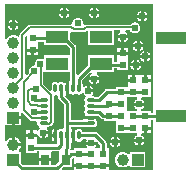
<source format=gbl>
%FSLAX25Y25*%
%MOIN*%
G70*
G01*
G75*
G04 Layer_Physical_Order=4*
G04 Layer_Color=16711680*
%ADD10R,0.12992X0.12992*%
%ADD11O,0.02756X0.00984*%
%ADD12O,0.00984X0.02756*%
%ADD13R,0.02953X0.03543*%
%ADD14R,0.02362X0.02362*%
%ADD15R,0.04134X0.05906*%
%ADD16R,0.02362X0.02362*%
%ADD17R,0.04724X0.02362*%
%ADD18C,0.00600*%
%ADD19C,0.01000*%
%ADD20C,0.00800*%
%ADD21C,0.02000*%
%ADD22R,0.01575X0.00192*%
%ADD23R,0.00353X0.00189*%
%ADD24C,0.03937*%
%ADD25R,0.03937X0.03937*%
%ADD26R,0.03937X0.03937*%
%ADD27C,0.02400*%
%ADD28C,0.04000*%
%ADD29R,0.13000X0.57500*%
%ADD30C,0.04362*%
G04:AMPARAMS|DCode=31|XSize=47.622mil|YSize=47.622mil|CornerRadius=0mil|HoleSize=0mil|Usage=FLASHONLY|Rotation=0.000|XOffset=0mil|YOffset=0mil|HoleType=Round|Shape=Relief|Width=10mil|Gap=4mil|Entries=4|*
%AMTHD31*
7,0,0,0.04762,0.03962,0.01000,45*
%
%ADD31THD31*%
%ADD32C,0.03200*%
G04:AMPARAMS|DCode=33|XSize=36mil|YSize=36mil|CornerRadius=0mil|HoleSize=0mil|Usage=FLASHONLY|Rotation=0.000|XOffset=0mil|YOffset=0mil|HoleType=Round|Shape=Relief|Width=10mil|Gap=4mil|Entries=4|*
%AMTHD33*
7,0,0,0.03600,0.02800,0.01000,45*
%
%ADD33THD33*%
%ADD34R,0.10000X0.04000*%
%ADD35O,0.01181X0.03150*%
%ADD36O,0.03150X0.01181*%
%ADD37R,0.07480X0.04331*%
%ADD38R,0.00503X0.00180*%
%ADD39R,0.00237X0.00346*%
%ADD40R,0.00628X0.00256*%
%ADD41R,0.00542X0.00559*%
%ADD42R,0.00369X0.00562*%
G36*
X854508Y387578D02*
X853781D01*
Y388250D01*
X850868D01*
X850724Y388723D01*
X850697Y388832D01*
X851005Y388996D01*
X851279Y389221D01*
X851504Y389495D01*
X851671Y389808D01*
X851729Y390000D01*
X848271D01*
X848329Y389808D01*
X848496Y389495D01*
X848721Y389221D01*
X848995Y388996D01*
X849303Y388832D01*
X849276Y388723D01*
X849132Y388250D01*
X846219D01*
Y388250D01*
X846205D01*
X845781Y388674D01*
Y388750D01*
X845781D01*
Y392313D01*
D01*
Y392313D01*
X845781Y392313D01*
Y392687D01*
D01*
X845781Y392750D01*
D01*
X846219D01*
Y392750D01*
X849132D01*
X849276Y392277D01*
X849303Y392168D01*
X848995Y392004D01*
X848721Y391779D01*
X848496Y391505D01*
X848329Y391192D01*
X848271Y391000D01*
X851729D01*
X851671Y391192D01*
X851504Y391505D01*
X851279Y391779D01*
X851005Y392004D01*
X850697Y392168D01*
X850724Y392277D01*
X850868Y392750D01*
X853781D01*
Y396263D01*
X853781Y396263D01*
D01*
D01*
X853781Y396313D01*
Y396395D01*
Y396500D01*
Y396557D01*
Y396687D01*
X853781Y396723D01*
X853781Y396737D01*
X853781Y396737D01*
X853781D01*
Y397969D01*
X851999D01*
Y398467D01*
X851500D01*
Y400250D01*
X850219D01*
D01*
D01*
X850219Y400250D01*
X849781D01*
Y400250D01*
X848500D01*
Y398467D01*
X848001D01*
Y397969D01*
X846219D01*
Y396737D01*
X846219Y396737D01*
X846219D01*
X846219Y396687D01*
Y396313D01*
X846219D01*
X846219Y396250D01*
X845781D01*
Y396250D01*
X842219D01*
Y395578D01*
X839268D01*
X838981Y395540D01*
X838792Y395462D01*
X838714Y395429D01*
X838484Y395253D01*
X836277Y393046D01*
X835302D01*
X835092Y393110D01*
X834858Y393133D01*
X834453D01*
X834251Y393698D01*
X834279Y393721D01*
X834504Y393995D01*
X834671Y394308D01*
X834729Y394500D01*
X832999D01*
Y394999D01*
X832500D01*
Y396729D01*
X832308Y396671D01*
X831995Y396504D01*
X831721Y396279D01*
X831698Y396251D01*
X831133Y396453D01*
Y396858D01*
X831110Y397092D01*
X831046Y397302D01*
Y398477D01*
X833586Y401017D01*
X834164Y400856D01*
X834222Y400625D01*
X833995Y400504D01*
X833721Y400279D01*
X833496Y400005D01*
X833329Y399692D01*
X833271Y399500D01*
X836729D01*
X836671Y399692D01*
X836504Y400005D01*
X836279Y400279D01*
X836005Y400504D01*
X835778Y400625D01*
X835924Y401207D01*
X841624D01*
Y402422D01*
X842719D01*
Y401750D01*
X846281D01*
Y405263D01*
X846281Y405263D01*
D01*
D01*
X846281Y405313D01*
Y405395D01*
Y405500D01*
Y405557D01*
Y405687D01*
X846281Y405723D01*
X846281Y405737D01*
X846281Y405737D01*
X846281D01*
Y406968D01*
X842719D01*
Y405737D01*
X842719Y405737D01*
X842719D01*
X842719Y405687D01*
Y405313D01*
D01*
D01*
X842719D01*
Y404641D01*
X841624D01*
Y406738D01*
X832943D01*
Y403512D01*
X829632Y400201D01*
X829078Y400431D01*
Y409531D01*
X829078Y409531D01*
X829040Y409819D01*
X828929Y410086D01*
X828888Y410140D01*
X828753Y410316D01*
X828753Y410316D01*
X827057Y412012D01*
Y414388D01*
X827595Y414653D01*
X827646Y414614D01*
X827865Y414523D01*
X828100Y414492D01*
X831478D01*
X831713Y414523D01*
X831931Y414614D01*
X832119Y414758D01*
X832119Y414758D01*
X832119Y414758D01*
X832389Y415028D01*
X832943Y414798D01*
Y410262D01*
X841624D01*
Y415185D01*
X843535D01*
X843681Y414603D01*
X843495Y414504D01*
X843221Y414279D01*
X842996Y414005D01*
X842829Y413692D01*
X842771Y413500D01*
X846229D01*
X846171Y413692D01*
X846004Y414005D01*
X845779Y414279D01*
X845505Y414504D01*
X845319Y414603D01*
X845465Y415185D01*
X846894D01*
X846996Y414995D01*
X847221Y414721D01*
X847495Y414496D01*
X847808Y414329D01*
X848147Y414226D01*
X848500Y414191D01*
X848853Y414226D01*
X849192Y414329D01*
X849505Y414496D01*
X849779Y414721D01*
X850004Y414995D01*
X850171Y415308D01*
X850274Y415647D01*
X850309Y416000D01*
X850274Y416353D01*
X850171Y416692D01*
X850004Y417005D01*
X849779Y417279D01*
X849505Y417504D01*
X849192Y417671D01*
X848853Y417774D01*
X848500Y417809D01*
X848147Y417774D01*
X847808Y417671D01*
X847495Y417504D01*
X847221Y417279D01*
X846996Y417005D01*
X846994Y417001D01*
X832170D01*
X831936Y416970D01*
X831845Y416932D01*
X831767Y416900D01*
X831285Y417257D01*
X831309Y417500D01*
X831274Y417853D01*
X831171Y418192D01*
X831004Y418505D01*
X830779Y418779D01*
X830505Y419004D01*
X830192Y419171D01*
X829853Y419274D01*
X829500Y419309D01*
X829147Y419274D01*
X828808Y419171D01*
X828495Y419004D01*
X828221Y418779D01*
X827996Y418505D01*
X827829Y418192D01*
X827726Y417853D01*
X827691Y417500D01*
X827697Y417445D01*
X827294Y417001D01*
X813489D01*
X813255Y416970D01*
X813164Y416932D01*
X813035Y416879D01*
X812848Y416735D01*
X810358Y414245D01*
X810214Y414057D01*
X810123Y413838D01*
X810092Y413603D01*
Y413307D01*
X809547Y413056D01*
X809514Y413084D01*
X809170Y413296D01*
X808796Y413450D01*
X808403Y413545D01*
X808000Y413576D01*
X807597Y413545D01*
X807204Y413450D01*
X806830Y413296D01*
X806486Y413084D01*
X806178Y412822D01*
X805916Y412514D01*
X805704Y412170D01*
X805698Y412154D01*
X805110Y412271D01*
Y423890D01*
X854508D01*
Y387578D01*
D02*
G37*
G36*
X826859Y398714D02*
X826532Y398103D01*
X826377Y397988D01*
X826458Y397964D01*
X826500Y397941D01*
Y395873D01*
Y393807D01*
X826665Y393895D01*
X826846Y394044D01*
X827123D01*
X827304Y393895D01*
X827511Y393784D01*
X827735Y393716D01*
X827969Y393693D01*
X828202Y393716D01*
X828426Y393784D01*
X828633Y393895D01*
X828814Y394044D01*
X829091D01*
X829272Y393895D01*
X829479Y393784D01*
X829704Y393716D01*
X829937Y393693D01*
X830170Y393716D01*
X830395Y393784D01*
X830602Y393895D01*
X830783Y394044D01*
X830857Y394133D01*
X831454Y394075D01*
X831496Y393995D01*
X831721Y393721D01*
X831995Y393496D01*
X832075Y393454D01*
X832133Y392857D01*
X832044Y392783D01*
X831895Y392602D01*
X831785Y392395D01*
X831716Y392170D01*
X831693Y391937D01*
X831716Y391704D01*
X831785Y391479D01*
X831895Y391272D01*
X832044Y391091D01*
Y390814D01*
X831895Y390633D01*
X831785Y390426D01*
X831716Y390202D01*
X831693Y389968D01*
X831716Y389735D01*
X831785Y389511D01*
X831895Y389304D01*
X832044Y389123D01*
Y388846D01*
X831895Y388665D01*
X831785Y388458D01*
X831716Y388233D01*
X831693Y388000D01*
X831716Y387767D01*
X831785Y387542D01*
X831895Y387335D01*
X832044Y387154D01*
Y386877D01*
X831895Y386696D01*
X831807Y386531D01*
X835941D01*
X835964Y386489D01*
X836032Y386265D01*
X836050Y386083D01*
X836592Y386339D01*
X837184Y385747D01*
X837414Y385571D01*
X837681Y385460D01*
X837969Y385422D01*
X838219D01*
Y384750D01*
X841781D01*
Y384750D01*
X842205D01*
X842219Y384737D01*
Y384737D01*
D01*
Y384687D01*
Y384687D01*
Y384313D01*
D01*
D01*
D01*
D01*
X842219D01*
Y380750D01*
X845781D01*
Y380750D01*
X845781D01*
X845781Y380750D01*
X846219D01*
Y380750D01*
X849132D01*
X849276Y380277D01*
X849303Y380168D01*
X848995Y380004D01*
X848721Y379779D01*
X848496Y379505D01*
X848329Y379192D01*
X848271Y379000D01*
X851729D01*
X851671Y379192D01*
X851504Y379505D01*
X851279Y379779D01*
X851005Y380004D01*
X850697Y380168D01*
X850724Y380277D01*
X850868Y380750D01*
X851500D01*
Y382533D01*
X851999D01*
Y383032D01*
X853781D01*
Y384263D01*
X853781Y384263D01*
D01*
D01*
X853781Y384313D01*
Y384395D01*
Y384500D01*
Y384557D01*
Y384687D01*
X853781Y384723D01*
X853781Y384737D01*
X853781Y384737D01*
X853781D01*
Y385359D01*
X854508D01*
Y368609D01*
X839781D01*
Y369531D01*
X837999D01*
Y370532D01*
X839781D01*
Y371813D01*
D01*
Y371813D01*
X839781Y371813D01*
Y372187D01*
X839781D01*
Y375750D01*
X839110D01*
Y377500D01*
X839110Y377500D01*
X839072Y377787D01*
X838961Y378055D01*
X838785Y378285D01*
X836158Y380910D01*
X835929Y381087D01*
X835850Y381119D01*
X835661Y381198D01*
X835374Y381236D01*
X831121D01*
X831110Y381344D01*
X831042Y381568D01*
X830932Y381775D01*
X830783Y381956D01*
X830602Y382105D01*
X830395Y382215D01*
X830170Y382284D01*
X829937Y382307D01*
X829704Y382284D01*
X829479Y382215D01*
X829272Y382105D01*
X829091Y381956D01*
X828814D01*
X828633Y382105D01*
X828469Y382193D01*
Y380125D01*
Y378059D01*
X828633Y378147D01*
X828814Y378296D01*
X829091D01*
X829272Y378147D01*
X829479Y378036D01*
X829704Y377968D01*
X829937Y377945D01*
X830170Y377968D01*
X830395Y378036D01*
X830602Y378147D01*
X830783Y378296D01*
X830932Y378477D01*
X831042Y378684D01*
X831110Y378908D01*
X831121Y379016D01*
X831873D01*
X832489Y378510D01*
X832495Y378502D01*
X832329Y378192D01*
X832271Y378000D01*
X835730D01*
X835774Y377853D01*
X835809Y377500D01*
X835796Y377368D01*
X836299Y377548D01*
X836375Y377556D01*
X836891Y377040D01*
Y375750D01*
X836219D01*
D01*
D01*
X836219Y375750D01*
X835781D01*
Y375750D01*
X835666D01*
X835496Y375957D01*
X835337Y376292D01*
X835504Y376495D01*
X835671Y376808D01*
X835729Y377000D01*
X832271D01*
X832329Y376808D01*
X832496Y376495D01*
X832663Y376292D01*
X832504Y375957D01*
X832334Y375750D01*
X832219D01*
D01*
D01*
X832219Y375750D01*
X831781D01*
Y375750D01*
X828219D01*
Y375078D01*
X827413D01*
X827369Y375072D01*
X827003Y375548D01*
X827072Y375713D01*
X827110Y376000D01*
Y377286D01*
X827436Y377897D01*
X827591Y378012D01*
X827511Y378036D01*
X827468Y378059D01*
Y380125D01*
Y382193D01*
X827511Y382216D01*
X827591Y382240D01*
X827110Y382597D01*
Y382954D01*
X832446D01*
X832656Y382890D01*
X832890Y382867D01*
X834858D01*
X835092Y382890D01*
X835316Y382958D01*
X835523Y383068D01*
X835704Y383217D01*
X835853Y383398D01*
X835964Y383605D01*
X836032Y383830D01*
X836055Y384063D01*
X836032Y384296D01*
X835964Y384521D01*
X835853Y384728D01*
X835704Y384909D01*
Y385186D01*
X835853Y385367D01*
X835941Y385531D01*
X831807D01*
X831784Y385574D01*
X831760Y385654D01*
X831645Y385499D01*
X831034Y385173D01*
X827110D01*
Y390930D01*
X827072Y391217D01*
X827007Y391374D01*
X826961Y391485D01*
X826785Y391714D01*
X825254Y393245D01*
X825467Y393645D01*
X825623Y393760D01*
X825542Y393784D01*
X825500Y393807D01*
Y395873D01*
Y397941D01*
X825335Y397853D01*
X825154Y397704D01*
X824877D01*
X824696Y397853D01*
X824489Y397964D01*
X824265Y398032D01*
X824032Y398055D01*
X823798Y398032D01*
X823574Y397964D01*
X823367Y397853D01*
X823186Y397704D01*
X822909D01*
X822728Y397853D01*
X822521Y397964D01*
X822296Y398032D01*
X822063Y398055D01*
X821830Y398032D01*
X821605Y397964D01*
X821398Y397853D01*
X821217Y397704D01*
X821068Y397523D01*
X820958Y397316D01*
X820890Y397092D01*
X820867Y396858D01*
Y395201D01*
X820312Y394971D01*
X818008Y397276D01*
Y401207D01*
X818376D01*
Y401207D01*
X826859D01*
Y398714D01*
D02*
G37*
G36*
X812719Y413255D02*
Y410737D01*
X812719Y410737D01*
X812719D01*
X812719Y410687D01*
Y410313D01*
D01*
D01*
D01*
D01*
X812719D01*
Y409031D01*
X816281D01*
Y410263D01*
X816281Y410263D01*
D01*
D01*
X816281Y410313D01*
Y410395D01*
Y410500D01*
Y410557D01*
Y410687D01*
X816281Y410723D01*
X816281Y410737D01*
X816281Y410737D01*
X816281D01*
Y411359D01*
X818376D01*
Y410262D01*
X825669D01*
X826859Y409072D01*
Y406738D01*
X818376D01*
Y405857D01*
X818267Y405723D01*
X817862Y405480D01*
X817692Y405571D01*
X817353Y405674D01*
X817000Y405709D01*
X816647Y405674D01*
X816308Y405571D01*
X815995Y405404D01*
X815721Y405179D01*
X815496Y404905D01*
X815329Y404592D01*
X815226Y404253D01*
X815191Y403900D01*
X815226Y403547D01*
X814647Y403174D01*
X814308Y403071D01*
X813995Y402904D01*
X813721Y402679D01*
X813496Y402405D01*
X813329Y402092D01*
X813226Y401753D01*
X813191Y401400D01*
X813226Y401047D01*
X813235Y401018D01*
X812462Y400246D01*
X811908Y400476D01*
Y413051D01*
X812407Y413384D01*
X812719Y413255D01*
D02*
G37*
G36*
X822596Y393645D02*
X822922Y393034D01*
Y392898D01*
X822960Y392611D01*
X823071Y392344D01*
X823247Y392114D01*
X824891Y390470D01*
Y382966D01*
X824564Y382355D01*
X824409Y382240D01*
X824265Y382284D01*
X824032Y382307D01*
X823798Y382284D01*
X823574Y382215D01*
X823367Y382105D01*
X823186Y381956D01*
X822909D01*
X822728Y382105D01*
X822563Y382193D01*
Y380125D01*
Y378059D01*
X822521Y378036D01*
X822440Y378012D01*
X822647Y377858D01*
X822691Y377260D01*
X822509Y377078D01*
X815781D01*
Y377763D01*
X815781Y377763D01*
D01*
D01*
X815781Y377813D01*
Y377895D01*
Y378000D01*
Y378057D01*
Y378187D01*
X815781Y378223D01*
X815781Y378237D01*
X815781Y378237D01*
X815781D01*
Y379468D01*
X812219D01*
Y378237D01*
X812219Y378237D01*
X812219D01*
X812219Y378187D01*
Y377813D01*
D01*
D01*
X812219D01*
Y374250D01*
X815781D01*
Y374859D01*
X816479D01*
Y374372D01*
X816479D01*
Y372500D01*
X820632D01*
Y374372D01*
X820632D01*
Y374435D01*
X821056Y374859D01*
X822968D01*
X823256Y374897D01*
X823368Y374372D01*
X823368Y374372D01*
X823368Y374372D01*
Y371493D01*
X822114Y370238D01*
X820632D01*
Y371500D01*
X816479D01*
Y370238D01*
X811331D01*
X810569Y371001D01*
Y374569D01*
X809975D01*
X809767Y375131D01*
X809822Y375178D01*
X810084Y375486D01*
X810296Y375830D01*
X810450Y376204D01*
X810521Y376500D01*
X807999D01*
Y376999D01*
X807500D01*
Y379521D01*
X807204Y379450D01*
X806830Y379296D01*
X806486Y379084D01*
X806178Y378822D01*
X805916Y378514D01*
X805704Y378170D01*
X805698Y378154D01*
X805110Y378271D01*
Y383432D01*
X805431D01*
Y383432D01*
X807500D01*
Y386001D01*
X807999D01*
Y386500D01*
X810569D01*
Y387394D01*
X811123Y387624D01*
X813488Y385258D01*
X813676Y385114D01*
X813831Y385050D01*
X813895Y385023D01*
X814130Y384992D01*
X815154D01*
X816018Y384530D01*
X816033Y384510D01*
X815968Y384296D01*
X815945Y384063D01*
X815968Y383830D01*
X816037Y383605D01*
X816147Y383398D01*
X816296Y383217D01*
X816477Y383068D01*
X816684Y382958D01*
X816706Y382951D01*
X816823Y382363D01*
X816721Y382279D01*
X816496Y382005D01*
X816402Y381828D01*
X815811Y381723D01*
X815781Y381750D01*
Y381750D01*
X814500D01*
Y380469D01*
X815781D01*
Y380098D01*
X816363Y380244D01*
X816496Y379995D01*
X816721Y379721D01*
X816995Y379496D01*
X817308Y379329D01*
X817500Y379271D01*
Y381001D01*
X817999D01*
Y381500D01*
X819729D01*
X819671Y381692D01*
X819504Y382005D01*
X819279Y382279D01*
X819245Y382307D01*
X819362Y382895D01*
X819568Y382958D01*
X819775Y383068D01*
X819804Y383092D01*
X820000D01*
X820235Y383123D01*
X820454Y383214D01*
X820642Y383358D01*
X820642Y383358D01*
X820642Y383358D01*
X821243Y383959D01*
X821387Y384147D01*
X821440Y384275D01*
X821478Y384366D01*
X821509Y384601D01*
Y393301D01*
X821953Y393704D01*
X822063Y393693D01*
X822296Y393716D01*
X822440Y393760D01*
X822596Y393645D01*
D02*
G37*
G36*
X828219Y372421D02*
Y372187D01*
X828219Y372187D01*
X828219Y371813D01*
X828219D01*
Y370532D01*
X830001D01*
Y369531D01*
X828219D01*
Y368609D01*
X824407D01*
X824178Y369164D01*
X824642Y369628D01*
X827521D01*
Y372170D01*
X828020Y372503D01*
X828219Y372421D01*
D02*
G37*
%LPC*%
G36*
X847500Y400250D02*
X846219D01*
Y398969D01*
X847500D01*
Y400250D01*
D02*
G37*
G36*
X853781D02*
X852500D01*
Y398969D01*
X853781D01*
Y400250D01*
D02*
G37*
G36*
X836729Y398500D02*
X835500D01*
Y397271D01*
X835692Y397329D01*
X836005Y397496D01*
X836279Y397721D01*
X836504Y397995D01*
X836671Y398308D01*
X836729Y398500D01*
D02*
G37*
G36*
X833500Y396729D02*
Y395500D01*
X834729D01*
X834671Y395692D01*
X834504Y396005D01*
X834279Y396279D01*
X834005Y396504D01*
X833692Y396671D01*
X833500Y396729D01*
D02*
G37*
G36*
X834500Y398500D02*
X833271D01*
X833329Y398308D01*
X833496Y397995D01*
X833721Y397721D01*
X833995Y397496D01*
X834308Y397329D01*
X834500Y397271D01*
Y398500D01*
D02*
G37*
G36*
X848300Y403100D02*
X847071D01*
X847129Y402908D01*
X847296Y402595D01*
X847521Y402321D01*
X847795Y402096D01*
X848108Y401929D01*
X848300Y401871D01*
Y403100D01*
D02*
G37*
G36*
X851500Y405900D02*
X850271D01*
X850329Y405708D01*
X850496Y405395D01*
X850721Y405121D01*
X850995Y404896D01*
X851308Y404729D01*
X851500Y404671D01*
Y405900D01*
D02*
G37*
G36*
X853729D02*
X852500D01*
Y404671D01*
X852692Y404729D01*
X853005Y404896D01*
X853279Y405121D01*
X853504Y405395D01*
X853671Y405708D01*
X853729Y405900D01*
D02*
G37*
G36*
X844500Y374576D02*
X844097Y374545D01*
X843704Y374450D01*
X843330Y374296D01*
X842986Y374084D01*
X842678Y373822D01*
X842416Y373514D01*
X842204Y373170D01*
X842050Y372796D01*
X841955Y372403D01*
X841924Y372000D01*
X841955Y371597D01*
X842050Y371204D01*
X842204Y370830D01*
X842416Y370486D01*
X842678Y370178D01*
X842986Y369916D01*
X843330Y369704D01*
X843704Y369550D01*
X844097Y369455D01*
X844500Y369424D01*
X844903Y369455D01*
X845296Y369550D01*
X845670Y369704D01*
X846014Y369916D01*
X846322Y370178D01*
X846369Y370233D01*
X846931Y370025D01*
Y369431D01*
X852069D01*
Y374569D01*
X846931D01*
Y373975D01*
X846369Y373767D01*
X846322Y373822D01*
X846014Y374084D01*
X845670Y374296D01*
X845296Y374450D01*
X844903Y374545D01*
X844500Y374576D01*
D02*
G37*
G36*
X850529Y403100D02*
X849300D01*
Y401871D01*
X849492Y401929D01*
X849805Y402096D01*
X850079Y402321D01*
X850304Y402595D01*
X850471Y402908D01*
X850529Y403100D01*
D02*
G37*
G36*
X848300Y405329D02*
X848108Y405271D01*
X847795Y405104D01*
X847521Y404879D01*
X847296Y404605D01*
X847129Y404292D01*
X847071Y404100D01*
X848300D01*
Y405329D01*
D02*
G37*
G36*
X849300D02*
Y404100D01*
X850529D01*
X850471Y404292D01*
X850304Y404605D01*
X850079Y404879D01*
X849805Y405104D01*
X849492Y405271D01*
X849300Y405329D01*
D02*
G37*
G36*
X821563Y379626D02*
X820867D01*
Y379142D01*
X820890Y378908D01*
X820958Y378684D01*
X821068Y378477D01*
X821217Y378296D01*
X821398Y378147D01*
X821563Y378059D01*
Y379626D01*
D02*
G37*
G36*
X841500Y379729D02*
X841308Y379671D01*
X840995Y379504D01*
X840721Y379279D01*
X840496Y379005D01*
X840329Y378692D01*
X840271Y378500D01*
X841500D01*
Y379729D01*
D02*
G37*
G36*
X842500D02*
Y378500D01*
X843729D01*
X843671Y378692D01*
X843504Y379005D01*
X843279Y379279D01*
X843005Y379504D01*
X842692Y379671D01*
X842500Y379729D01*
D02*
G37*
G36*
X849500Y378000D02*
X848271D01*
X848329Y377808D01*
X848496Y377495D01*
X848721Y377221D01*
X848995Y376996D01*
X849308Y376829D01*
X849500Y376771D01*
Y378000D01*
D02*
G37*
G36*
X851729D02*
X850500D01*
Y376771D01*
X850692Y376829D01*
X851005Y376996D01*
X851279Y377221D01*
X851504Y377495D01*
X851671Y377808D01*
X851729Y378000D01*
D02*
G37*
G36*
X808500Y379521D02*
Y377500D01*
X810521D01*
X810450Y377796D01*
X810296Y378170D01*
X810084Y378514D01*
X809822Y378822D01*
X809514Y379084D01*
X809170Y379296D01*
X808796Y379450D01*
X808500Y379521D01*
D02*
G37*
G36*
X819729Y380500D02*
X818500D01*
Y379271D01*
X818692Y379329D01*
X819005Y379496D01*
X819279Y379721D01*
X819504Y379995D01*
X819671Y380308D01*
X819729Y380500D01*
D02*
G37*
G36*
X843729Y377500D02*
X842500D01*
Y376271D01*
X842692Y376329D01*
X843005Y376496D01*
X843279Y376721D01*
X843504Y376995D01*
X843671Y377308D01*
X843729Y377500D01*
D02*
G37*
G36*
X810569Y385500D02*
X808500D01*
Y383432D01*
X810569D01*
Y385500D01*
D02*
G37*
G36*
X841500Y377500D02*
X840271D01*
X840329Y377308D01*
X840496Y376995D01*
X840721Y376721D01*
X840995Y376496D01*
X841308Y376329D01*
X841500Y376271D01*
Y377500D01*
D02*
G37*
G36*
X813500Y381750D02*
X812219D01*
Y380469D01*
X813500D01*
Y381750D01*
D02*
G37*
G36*
X821563Y382193D02*
X821398Y382105D01*
X821217Y381956D01*
X821068Y381775D01*
X820958Y381568D01*
X820890Y381344D01*
X820867Y381110D01*
Y380626D01*
X821563D01*
Y382193D01*
D02*
G37*
G36*
X853781Y382031D02*
X852500D01*
Y380750D01*
X853781D01*
Y382031D01*
D02*
G37*
G36*
X824500Y420500D02*
X823271D01*
X823329Y420308D01*
X823496Y419995D01*
X823721Y419721D01*
X823995Y419496D01*
X824308Y419329D01*
X824500Y419271D01*
Y420500D01*
D02*
G37*
G36*
X826729D02*
X825500D01*
Y419271D01*
X825692Y419329D01*
X826005Y419496D01*
X826279Y419721D01*
X826504Y419995D01*
X826671Y420308D01*
X826729Y420500D01*
D02*
G37*
G36*
X834500D02*
X833271D01*
X833329Y420308D01*
X833496Y419995D01*
X833721Y419721D01*
X833995Y419496D01*
X834308Y419329D01*
X834500Y419271D01*
Y420500D01*
D02*
G37*
G36*
X852729Y419300D02*
X851500D01*
Y418071D01*
X851692Y418129D01*
X852005Y418296D01*
X852279Y418521D01*
X852504Y418795D01*
X852671Y419108D01*
X852729Y419300D01*
D02*
G37*
G36*
X807500Y418729D02*
X807308Y418671D01*
X806995Y418504D01*
X806721Y418279D01*
X806496Y418005D01*
X806329Y417692D01*
X806271Y417500D01*
X807500D01*
Y418729D01*
D02*
G37*
G36*
X808500D02*
Y417500D01*
X809729D01*
X809671Y417692D01*
X809504Y418005D01*
X809279Y418279D01*
X809005Y418504D01*
X808692Y418671D01*
X808500Y418729D01*
D02*
G37*
G36*
X850500Y419300D02*
X849271D01*
X849329Y419108D01*
X849496Y418795D01*
X849721Y418521D01*
X849995Y418296D01*
X850308Y418129D01*
X850500Y418071D01*
Y419300D01*
D02*
G37*
G36*
X825500Y422729D02*
Y421500D01*
X826729D01*
X826671Y421692D01*
X826504Y422005D01*
X826279Y422279D01*
X826005Y422504D01*
X825692Y422671D01*
X825500Y422729D01*
D02*
G37*
G36*
X834500D02*
X834308Y422671D01*
X833995Y422504D01*
X833721Y422279D01*
X833496Y422005D01*
X833329Y421692D01*
X833271Y421500D01*
X834500D01*
Y422729D01*
D02*
G37*
G36*
X835500D02*
Y421500D01*
X836729D01*
X836671Y421692D01*
X836504Y422005D01*
X836279Y422279D01*
X836005Y422504D01*
X835692Y422671D01*
X835500Y422729D01*
D02*
G37*
G36*
X824500D02*
X824308Y422671D01*
X823995Y422504D01*
X823721Y422279D01*
X823496Y422005D01*
X823329Y421692D01*
X823271Y421500D01*
X824500D01*
Y422729D01*
D02*
G37*
G36*
X836729Y420500D02*
X835500D01*
Y419271D01*
X835692Y419329D01*
X836005Y419496D01*
X836279Y419721D01*
X836504Y419995D01*
X836671Y420308D01*
X836729Y420500D01*
D02*
G37*
G36*
X850500Y421529D02*
X850308Y421471D01*
X849995Y421304D01*
X849721Y421079D01*
X849496Y420805D01*
X849329Y420492D01*
X849271Y420300D01*
X850500D01*
Y421529D01*
D02*
G37*
G36*
X851500D02*
Y420300D01*
X852729D01*
X852671Y420492D01*
X852504Y420805D01*
X852279Y421079D01*
X852005Y421304D01*
X851692Y421471D01*
X851500Y421529D01*
D02*
G37*
G36*
X844000Y409250D02*
X842719D01*
Y407969D01*
X844000D01*
Y409250D01*
D02*
G37*
G36*
X846281D02*
X845000D01*
Y407969D01*
X846281D01*
Y409250D01*
D02*
G37*
G36*
X849100Y409400D02*
X847871D01*
X847929Y409208D01*
X848096Y408895D01*
X848321Y408621D01*
X848595Y408396D01*
X848908Y408229D01*
X849100Y408171D01*
Y409400D01*
D02*
G37*
G36*
X852500Y408129D02*
Y406900D01*
X853729D01*
X853671Y407092D01*
X853504Y407405D01*
X853279Y407679D01*
X853005Y407904D01*
X852692Y408071D01*
X852500Y408129D01*
D02*
G37*
G36*
X814000Y408032D02*
X812719D01*
Y406750D01*
X814000D01*
Y408032D01*
D02*
G37*
G36*
X816281D02*
X815000D01*
Y406750D01*
X816281D01*
Y408032D01*
D02*
G37*
G36*
X851500Y408129D02*
X851308Y408071D01*
X850995Y407904D01*
X850721Y407679D01*
X850496Y407405D01*
X850329Y407092D01*
X850271Y406900D01*
X851500D01*
Y408129D01*
D02*
G37*
G36*
X846229Y412500D02*
X845000D01*
Y411271D01*
X845192Y411329D01*
X845505Y411496D01*
X845779Y411721D01*
X846004Y411995D01*
X846171Y412308D01*
X846229Y412500D01*
D02*
G37*
G36*
X807500Y416500D02*
X806271D01*
X806329Y416308D01*
X806496Y415995D01*
X806721Y415721D01*
X806995Y415496D01*
X807308Y415329D01*
X807500Y415271D01*
Y416500D01*
D02*
G37*
G36*
X809729D02*
X808500D01*
Y415271D01*
X808692Y415329D01*
X809005Y415496D01*
X809279Y415721D01*
X809504Y415995D01*
X809671Y416308D01*
X809729Y416500D01*
D02*
G37*
G36*
X844000Y412500D02*
X842771D01*
X842829Y412308D01*
X842996Y411995D01*
X843221Y411721D01*
X843495Y411496D01*
X843808Y411329D01*
X844000Y411271D01*
Y412500D01*
D02*
G37*
G36*
X851329Y409400D02*
X850100D01*
Y408171D01*
X850292Y408229D01*
X850605Y408396D01*
X850879Y408621D01*
X851104Y408895D01*
X851271Y409208D01*
X851329Y409400D01*
D02*
G37*
G36*
X849100Y411629D02*
X848908Y411571D01*
X848595Y411404D01*
X848321Y411179D01*
X848096Y410905D01*
X847929Y410592D01*
X847871Y410400D01*
X849100D01*
Y411629D01*
D02*
G37*
G36*
X850100D02*
Y410400D01*
X851329D01*
X851271Y410592D01*
X851104Y410905D01*
X850879Y411179D01*
X850605Y411404D01*
X850292Y411571D01*
X850100Y411629D01*
D02*
G37*
%LPD*%
D13*
X818555Y372000D02*
D03*
X825445D02*
D03*
D14*
X838000Y370031D02*
D03*
Y373969D02*
D03*
X844000Y382531D02*
D03*
Y386469D02*
D03*
X852000D02*
D03*
Y382531D02*
D03*
X848000D02*
D03*
Y386469D02*
D03*
X844000Y394468D02*
D03*
Y390531D02*
D03*
X840000Y386531D02*
D03*
Y390469D02*
D03*
X814000Y376031D02*
D03*
Y379969D02*
D03*
X830000Y373969D02*
D03*
Y370031D02*
D03*
X834000Y373969D02*
D03*
Y370031D02*
D03*
X848000Y394531D02*
D03*
Y398468D02*
D03*
X852000Y394531D02*
D03*
Y398468D02*
D03*
X814500Y412468D02*
D03*
Y408532D02*
D03*
X844500Y403532D02*
D03*
Y407469D02*
D03*
D18*
X820601Y384601D02*
Y393399D01*
X817100Y396900D02*
X820601Y393399D01*
X817100Y396900D02*
Y404400D01*
X811500Y398000D02*
X815000Y401500D01*
X811000Y399197D02*
Y413603D01*
X808000Y396197D02*
X811000Y399197D01*
Y413603D02*
X813489Y416093D01*
X827407D01*
X814130Y385900D02*
X817994D01*
X811500Y388530D02*
X814130Y385900D01*
X811500Y388530D02*
Y398000D01*
X817994Y385900D02*
X818126Y386032D01*
X828100Y415400D02*
X831478D01*
X827407Y416093D02*
X828100Y415400D01*
X820000Y384000D02*
X820601Y384601D01*
X818189Y384000D02*
X820000D01*
X818126Y384063D02*
X818189Y384000D01*
X848407Y416093D02*
X848500Y416000D01*
X832170Y416093D02*
X848407D01*
X831478Y415400D02*
X832170Y416093D01*
X848500Y416000D02*
Y416071D01*
X848478Y416093D02*
X848500Y416071D01*
X808000Y396000D02*
Y396197D01*
D19*
X815063Y391937D02*
X818126D01*
X815000Y392000D02*
X815063Y391937D01*
X844000Y394468D02*
X851937D01*
X833874Y391937D02*
X836737D01*
X839268Y394468D01*
X844000D01*
X825445Y372000D02*
X827413Y373969D01*
X830000D01*
X822573Y369128D02*
X825445Y372000D01*
X810872Y369128D02*
X822573D01*
X808000Y372000D02*
X810872Y369128D01*
X821744Y412500D02*
X821776Y412468D01*
X814500D02*
X821776D01*
X822717Y413028D02*
X824472D01*
X827969Y409531D01*
Y395874D02*
Y409531D01*
X829937Y398937D02*
X834472Y403472D01*
X829937Y395874D02*
Y398937D01*
X836343Y403532D02*
X843500D01*
X852000Y386469D02*
X860468D01*
X835374Y380126D02*
X838000Y377500D01*
X829937Y380126D02*
X835374D01*
X838000Y373969D02*
Y377500D01*
X826000Y380126D02*
Y390930D01*
X824032Y392898D02*
X826000Y390930D01*
X824032Y392898D02*
Y395874D01*
X815500Y388000D02*
X818126D01*
X834000Y370031D02*
X838000D01*
X830000D02*
X834000D01*
X808000Y396000D02*
Y396660D01*
X814000Y375969D02*
X822968D01*
X824032Y377031D01*
Y380126D01*
X826063Y384063D02*
X833874D01*
X837969Y386531D02*
X840000D01*
X836500Y388000D02*
X837969Y386531D01*
X833874Y388000D02*
X836500D01*
X826000Y376000D02*
Y380126D01*
X825445Y375445D02*
X826000Y376000D01*
X825445Y372000D02*
Y375445D01*
X830000Y373969D02*
X834000D01*
X843937Y386531D02*
X844000Y386469D01*
X840000Y386531D02*
X843937D01*
X844000Y382531D02*
X848000D01*
Y386469D02*
X852000D01*
X840063Y390531D02*
X844000D01*
X839500Y389968D02*
X840000Y390469D01*
X840063Y390531D01*
X833874Y389968D02*
X839500D01*
D20*
X813500Y395500D02*
X815500D01*
X812800Y394800D02*
X813500Y395500D01*
X812800Y391589D02*
Y394800D01*
Y391589D02*
X814089Y390300D01*
X815890D01*
X816221Y389968D01*
X818126D01*
D24*
X808000Y411000D02*
D03*
Y406000D02*
D03*
Y401000D02*
D03*
Y396000D02*
D03*
Y391000D02*
D03*
Y377000D02*
D03*
X844500Y372000D02*
D03*
D25*
X808000Y386000D02*
D03*
Y372000D02*
D03*
D26*
X849500D02*
D03*
D27*
X813998Y404998D02*
D03*
X815000Y388000D02*
D03*
Y392500D02*
D03*
X815500Y395500D02*
D03*
X835000Y399000D02*
D03*
X817000Y403900D02*
D03*
X815000Y401400D02*
D03*
X844500Y413000D02*
D03*
X848800Y403600D02*
D03*
X848500Y416000D02*
D03*
X852000Y406400D02*
D03*
X849600Y409900D02*
D03*
X850000Y390500D02*
D03*
Y378500D02*
D03*
X833000Y395000D02*
D03*
X829500Y417500D02*
D03*
X851000Y419800D02*
D03*
X825000Y421000D02*
D03*
X835000D02*
D03*
X842000Y378000D02*
D03*
X834000Y377500D02*
D03*
X818000Y381000D02*
D03*
X808000Y417000D02*
D03*
D34*
X860500Y386500D02*
D03*
Y412500D02*
D03*
D35*
X822063Y380126D02*
D03*
X824032D02*
D03*
X826000D02*
D03*
X827969D02*
D03*
X829937D02*
D03*
Y395874D02*
D03*
X827969D02*
D03*
X826000D02*
D03*
X824032D02*
D03*
X822063D02*
D03*
D36*
X833874Y384063D02*
D03*
Y386032D02*
D03*
Y388000D02*
D03*
Y389968D02*
D03*
Y391937D02*
D03*
X818126D02*
D03*
Y389968D02*
D03*
Y388000D02*
D03*
Y386032D02*
D03*
Y384063D02*
D03*
D37*
X837284Y413028D02*
D03*
X822717D02*
D03*
Y403972D02*
D03*
X837284D02*
D03*
D38*
X836048Y377458D02*
D03*
D39*
X835823Y385359D02*
D03*
D40*
X836278Y386211D02*
D03*
D41*
X826271Y398220D02*
D03*
D42*
X825438Y393526D02*
D03*
M02*

</source>
